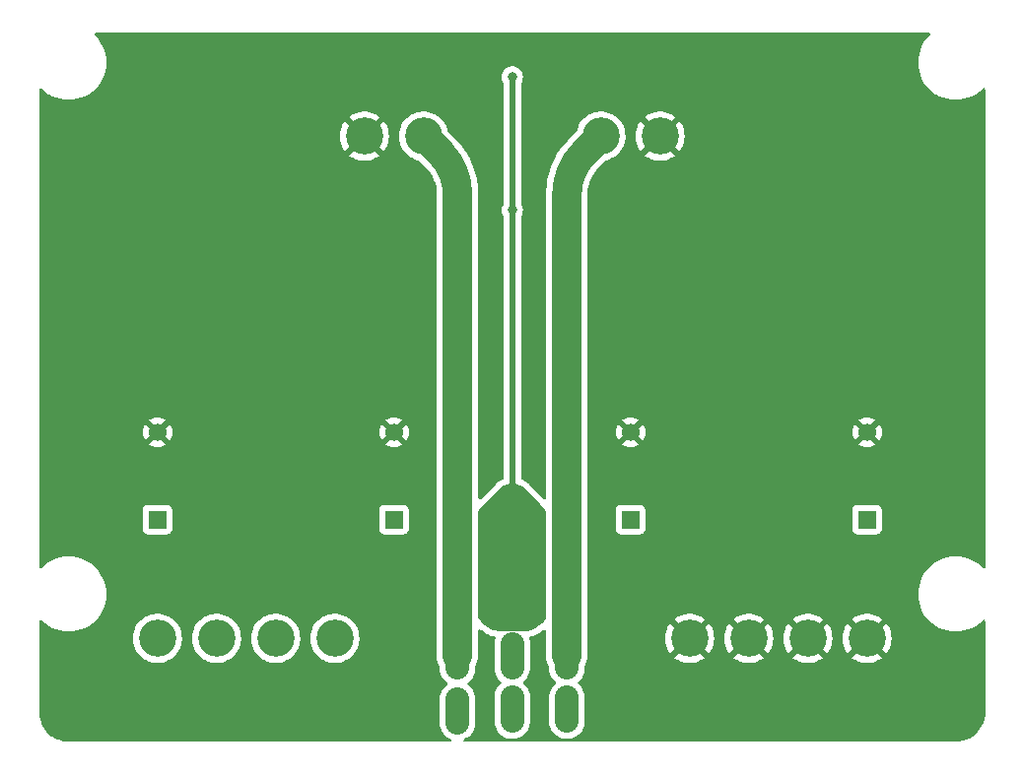
<source format=gbr>
%TF.GenerationSoftware,KiCad,Pcbnew,7.0.6*%
%TF.CreationDate,2023-07-28T23:09:07+08:00*%
%TF.ProjectId,PowerToggleMK1_KiCad,506f7765-7254-46f6-9767-6c654d4b315f,rev?*%
%TF.SameCoordinates,Original*%
%TF.FileFunction,Copper,L2,Bot*%
%TF.FilePolarity,Positive*%
%FSLAX46Y46*%
G04 Gerber Fmt 4.6, Leading zero omitted, Abs format (unit mm)*
G04 Created by KiCad (PCBNEW 7.0.6) date 2023-07-28 23:09:07*
%MOMM*%
%LPD*%
G01*
G04 APERTURE LIST*
%TA.AperFunction,ComponentPad*%
%ADD10R,1.524000X1.524000*%
%TD*%
%TA.AperFunction,ComponentPad*%
%ADD11C,1.524000*%
%TD*%
%TA.AperFunction,ComponentPad*%
%ADD12C,3.200000*%
%TD*%
%TA.AperFunction,ComponentPad*%
%ADD13O,2.032000X4.064000*%
%TD*%
%TA.AperFunction,ViaPad*%
%ADD14C,0.812800*%
%TD*%
%TA.AperFunction,ViaPad*%
%ADD15C,1.219200*%
%TD*%
%TA.AperFunction,Conductor*%
%ADD16C,0.508000*%
%TD*%
%TA.AperFunction,Conductor*%
%ADD17C,2.540000*%
%TD*%
G04 APERTURE END LIST*
D10*
%TO.P,C2,1*%
%TO.N,VOUT*%
X99060000Y-118050000D03*
D11*
%TO.P,C2,2*%
%TO.N,GNDREF*%
X99060000Y-110550000D03*
%TD*%
D12*
%TO.P,J2,1,Pin_1*%
%TO.N,GNDREF*%
X121920000Y-85090000D03*
%TO.P,J2,2,Pin_2*%
%TO.N,VIN2*%
X116840000Y-85090000D03*
%TD*%
D10*
%TO.P,C4,1*%
%TO.N,VOUT*%
X139700000Y-118050000D03*
D11*
%TO.P,C4,2*%
%TO.N,GNDREF*%
X139700000Y-110550000D03*
%TD*%
D12*
%TO.P,J3,1,Pin_1*%
%TO.N,VOUT*%
X78740000Y-128270000D03*
%TO.P,J3,2,Pin_2*%
X83820000Y-128270000D03*
%TO.P,J3,3,Pin_3*%
X88900000Y-128270000D03*
%TO.P,J3,4,Pin_4*%
X93980000Y-128270000D03*
%TD*%
%TO.P,J4,1,Pin_1*%
%TO.N,GNDREF*%
X124460000Y-128270000D03*
%TO.P,J4,2,Pin_2*%
X129540000Y-128270000D03*
%TO.P,J4,3,Pin_3*%
X134620000Y-128270000D03*
%TO.P,J4,4,Pin_4*%
X139700000Y-128270000D03*
%TD*%
%TO.P,J1,1,Pin_1*%
%TO.N,VIN1*%
X101600000Y-85090000D03*
%TO.P,J1,2,Pin_2*%
%TO.N,GNDREF*%
X96520000Y-85090000D03*
%TD*%
D10*
%TO.P,C1,1*%
%TO.N,VOUT*%
X78740000Y-118050000D03*
D11*
%TO.P,C1,2*%
%TO.N,GNDREF*%
X78740000Y-110550000D03*
%TD*%
D10*
%TO.P,C3,1*%
%TO.N,VOUT*%
X119380000Y-118050000D03*
D11*
%TO.P,C3,2*%
%TO.N,GNDREF*%
X119380000Y-110550000D03*
%TD*%
D13*
%TO.P,SW1,1,A*%
%TO.N,Net-(SW1A-A)*%
X104521000Y-134493000D03*
%TO.P,SW1,2,B*%
%TO.N,VOUT*%
X109220000Y-134366000D03*
%TO.P,SW1,3,C*%
%TO.N,Net-(SW1A-C)*%
X113919000Y-134366000D03*
%TO.P,SW1,4,A*%
%TO.N,VIN1*%
X104521000Y-129794000D03*
%TO.P,SW1,5,B*%
%TO.N,VOUT*%
X109220000Y-129794000D03*
%TO.P,SW1,6,C*%
%TO.N,VIN2*%
X113919000Y-129794000D03*
%TD*%
D14*
%TO.N,VOUT*%
X109220000Y-91440000D03*
X109220000Y-80010000D03*
D15*
X109220000Y-115570000D03*
%TD*%
D16*
%TO.N,VOUT*%
X109220000Y-80010000D02*
X109220000Y-91440000D01*
X109220000Y-115570000D02*
X109220000Y-91440000D01*
D17*
%TO.N,VIN1*%
X103060500Y-86550500D02*
X101600000Y-85090000D01*
X104521000Y-90076458D02*
X104521000Y-129794000D01*
X104521017Y-90076458D02*
G75*
G03*
X103060500Y-86550500I-4986517J-42D01*
G01*
%TO.N,VIN2*%
X115379500Y-86550500D02*
X116840000Y-85090000D01*
X113919000Y-90076458D02*
X113919000Y-129794000D01*
X115379533Y-86550533D02*
G75*
G03*
X113919000Y-90076458I3525867J-3525967D01*
G01*
%TD*%
%TA.AperFunction,Conductor*%
%TO.N,GNDREF*%
G36*
X145059725Y-76220002D02*
G01*
X145106218Y-76273658D01*
X145116322Y-76343932D01*
X145086828Y-76408512D01*
X145075563Y-76419951D01*
X145035638Y-76455629D01*
X144794225Y-76725769D01*
X144794224Y-76725771D01*
X144584585Y-77021230D01*
X144409349Y-77338298D01*
X144409341Y-77338313D01*
X144270709Y-77673001D01*
X144170413Y-78021134D01*
X144109730Y-78378294D01*
X144089418Y-78740000D01*
X144109730Y-79101705D01*
X144170413Y-79458865D01*
X144170414Y-79458871D01*
X144170415Y-79458872D01*
X144173412Y-79469276D01*
X144270709Y-79806998D01*
X144409341Y-80141686D01*
X144409346Y-80141697D01*
X144446313Y-80208583D01*
X144584585Y-80458769D01*
X144584588Y-80458773D01*
X144794229Y-80754235D01*
X145035634Y-81024366D01*
X145305765Y-81265771D01*
X145477050Y-81387304D01*
X145601230Y-81475414D01*
X145669915Y-81513374D01*
X145918303Y-81650654D01*
X146253006Y-81789292D01*
X146601128Y-81889585D01*
X146958290Y-81950269D01*
X147320000Y-81970582D01*
X147681710Y-81950269D01*
X148038872Y-81889585D01*
X148386994Y-81789292D01*
X148721697Y-81650654D01*
X149038773Y-81475412D01*
X149334235Y-81265771D01*
X149604366Y-81024366D01*
X149640048Y-80984437D01*
X149700355Y-80946971D01*
X149771343Y-80948057D01*
X149830475Y-80987350D01*
X149858977Y-81052374D01*
X149860000Y-81068396D01*
X149860000Y-122131603D01*
X149839998Y-122199724D01*
X149786342Y-122246217D01*
X149716068Y-122256321D01*
X149651488Y-122226827D01*
X149640050Y-122215563D01*
X149604370Y-122175638D01*
X149604366Y-122175634D01*
X149334235Y-121934229D01*
X149334232Y-121934227D01*
X149334230Y-121934225D01*
X149334228Y-121934224D01*
X149038769Y-121724585D01*
X148880235Y-121636967D01*
X148721697Y-121549346D01*
X148721689Y-121549342D01*
X148721686Y-121549341D01*
X148386998Y-121410709D01*
X148038865Y-121310413D01*
X147681705Y-121249730D01*
X147320000Y-121229418D01*
X146958294Y-121249730D01*
X146601134Y-121310413D01*
X146253001Y-121410709D01*
X145918313Y-121549341D01*
X145918305Y-121549344D01*
X145918303Y-121549346D01*
X145918298Y-121549349D01*
X145601230Y-121724585D01*
X145305771Y-121934224D01*
X145305769Y-121934225D01*
X145035634Y-122175634D01*
X144794225Y-122445769D01*
X144794224Y-122445771D01*
X144584585Y-122741230D01*
X144409349Y-123058298D01*
X144409341Y-123058313D01*
X144270709Y-123393001D01*
X144170413Y-123741134D01*
X144109730Y-124098294D01*
X144089418Y-124460000D01*
X144109730Y-124821705D01*
X144170413Y-125178865D01*
X144270709Y-125526998D01*
X144409341Y-125861686D01*
X144409346Y-125861697D01*
X144446313Y-125928583D01*
X144584585Y-126178769D01*
X144655754Y-126279073D01*
X144794229Y-126474235D01*
X145035634Y-126744366D01*
X145305765Y-126985771D01*
X145568461Y-127172163D01*
X145601230Y-127195414D01*
X145669915Y-127233374D01*
X145918303Y-127370654D01*
X146253006Y-127509292D01*
X146601128Y-127609585D01*
X146958290Y-127670269D01*
X147320000Y-127690582D01*
X147681710Y-127670269D01*
X148038872Y-127609585D01*
X148386994Y-127509292D01*
X148721697Y-127370654D01*
X149038773Y-127195412D01*
X149334235Y-126985771D01*
X149604366Y-126744366D01*
X149640048Y-126704437D01*
X149700355Y-126666971D01*
X149771343Y-126668057D01*
X149830475Y-126707350D01*
X149858977Y-126772374D01*
X149860000Y-126788396D01*
X149860000Y-134618097D01*
X149859885Y-134621902D01*
X149841711Y-134922355D01*
X149840793Y-134929914D01*
X149786880Y-135224108D01*
X149785057Y-135231502D01*
X149696074Y-135517057D01*
X149693374Y-135524177D01*
X149570624Y-135796917D01*
X149567085Y-135803659D01*
X149412351Y-136059622D01*
X149408025Y-136065888D01*
X149223568Y-136301331D01*
X149218519Y-136307030D01*
X149007030Y-136518519D01*
X149001331Y-136523568D01*
X148765888Y-136708025D01*
X148759622Y-136712351D01*
X148503659Y-136867085D01*
X148496917Y-136870624D01*
X148224177Y-136993374D01*
X148217057Y-136996074D01*
X147931502Y-137085057D01*
X147924108Y-137086880D01*
X147629914Y-137140793D01*
X147622355Y-137141711D01*
X147358782Y-137157654D01*
X147321900Y-137159885D01*
X147318097Y-137160000D01*
X114006487Y-137160000D01*
X113966925Y-137148383D01*
X113953567Y-137156227D01*
X113922965Y-137160000D01*
X109307487Y-137160000D01*
X109267925Y-137148383D01*
X109254567Y-137156227D01*
X109223965Y-137160000D01*
X105157209Y-137160000D01*
X105089088Y-137139998D01*
X105042595Y-137086342D01*
X105032491Y-137016068D01*
X105061985Y-136951488D01*
X105103191Y-136920166D01*
X105285730Y-136833551D01*
X105488300Y-136693727D01*
X105665817Y-136523220D01*
X105813684Y-136326444D01*
X105823874Y-136307030D01*
X105928071Y-136108499D01*
X105928072Y-136108496D01*
X105944389Y-136059622D01*
X106006017Y-135875024D01*
X106045500Y-135632070D01*
X106045500Y-133415559D01*
X106030654Y-133231657D01*
X105971749Y-132992669D01*
X105875270Y-132766224D01*
X105743716Y-132558189D01*
X105580494Y-132373950D01*
X105480446Y-132292263D01*
X105416454Y-132240015D01*
X105376337Y-132181439D01*
X105374258Y-132110473D01*
X105410876Y-132049648D01*
X105424560Y-132038723D01*
X105488300Y-131994727D01*
X105665817Y-131824220D01*
X105813684Y-131627444D01*
X105928072Y-131409497D01*
X106006017Y-131176024D01*
X106045500Y-130933070D01*
X106045500Y-130744249D01*
X106062381Y-130681249D01*
X106127866Y-130567826D01*
X106225252Y-130319692D01*
X106284567Y-130059815D01*
X106299500Y-129860547D01*
X106299499Y-127627387D01*
X106319501Y-127559267D01*
X106373157Y-127512774D01*
X106443431Y-127502670D01*
X106508011Y-127532164D01*
X106508481Y-127532572D01*
X106522269Y-127544664D01*
X106557847Y-127575866D01*
X106570820Y-127586513D01*
X106570825Y-127586517D01*
X106590697Y-127601767D01*
X106604371Y-127611566D01*
X106847286Y-127773878D01*
X106861566Y-127782757D01*
X106883248Y-127795274D01*
X106891166Y-127799505D01*
X106898062Y-127803192D01*
X107136338Y-127920697D01*
X107160073Y-127932402D01*
X107175385Y-127939340D01*
X107198532Y-127948927D01*
X107198534Y-127948928D01*
X107214260Y-127954847D01*
X107490880Y-128048746D01*
X107506962Y-128053624D01*
X107531166Y-128060110D01*
X107547530Y-128063926D01*
X107692068Y-128092676D01*
X107754978Y-128125583D01*
X107790110Y-128187278D01*
X107787003Y-128256155D01*
X107734982Y-128411977D01*
X107695501Y-128654917D01*
X107695500Y-128654934D01*
X107695500Y-130871445D01*
X107710345Y-131055338D01*
X107769251Y-131294332D01*
X107865729Y-131520774D01*
X107997284Y-131728811D01*
X108160505Y-131913049D01*
X108242110Y-131979678D01*
X108282226Y-132038255D01*
X108284305Y-132109221D01*
X108249705Y-132168149D01*
X108075180Y-132335782D01*
X108075176Y-132335787D01*
X107927314Y-132532558D01*
X107927312Y-132532560D01*
X107812928Y-132750500D01*
X107812927Y-132750503D01*
X107734982Y-132983977D01*
X107695501Y-133226917D01*
X107695500Y-133226934D01*
X107695500Y-135443445D01*
X107710345Y-135627338D01*
X107769251Y-135866332D01*
X107854274Y-136065888D01*
X107865730Y-136092776D01*
X107997284Y-136300811D01*
X108160506Y-136485050D01*
X108351168Y-136640721D01*
X108564332Y-136763791D01*
X108794478Y-136851074D01*
X109035644Y-136900309D01*
X109229040Y-136908102D01*
X109262288Y-136919338D01*
X109271989Y-136913104D01*
X109292298Y-136908919D01*
X109525931Y-136880551D01*
X109762345Y-136812072D01*
X109762348Y-136812072D01*
X109762349Y-136812071D01*
X109762354Y-136812070D01*
X109984730Y-136706551D01*
X110187300Y-136566727D01*
X110364817Y-136396220D01*
X110512684Y-136199444D01*
X110560418Y-136108496D01*
X110627071Y-135981499D01*
X110627072Y-135981496D01*
X110662618Y-135875024D01*
X110705017Y-135748024D01*
X110744500Y-135505070D01*
X110744500Y-133288559D01*
X110739906Y-133231657D01*
X110729654Y-133104661D01*
X110729654Y-133104657D01*
X110670749Y-132865669D01*
X110574270Y-132639224D01*
X110442716Y-132431189D01*
X110279494Y-132246950D01*
X110197886Y-132180319D01*
X110157773Y-132121746D01*
X110155693Y-132050780D01*
X110190292Y-131991852D01*
X110364817Y-131824220D01*
X110512684Y-131627444D01*
X110627072Y-131409497D01*
X110705017Y-131176024D01*
X110744500Y-130933070D01*
X110744500Y-128716559D01*
X110729654Y-128532657D01*
X110670749Y-128293669D01*
X110670748Y-128293664D01*
X110658636Y-128265237D01*
X110650336Y-128194727D01*
X110681474Y-128130924D01*
X110742164Y-128094083D01*
X110749965Y-128092271D01*
X110781969Y-128085905D01*
X110892469Y-128063926D01*
X110905019Y-128060998D01*
X110908836Y-128060109D01*
X110920936Y-128056866D01*
X110933037Y-128053624D01*
X110949118Y-128048746D01*
X111225739Y-127954847D01*
X111241465Y-127948928D01*
X111264614Y-127939340D01*
X111279925Y-127932402D01*
X111541931Y-127803195D01*
X111556746Y-127795277D01*
X111578440Y-127782753D01*
X111592712Y-127773878D01*
X111592717Y-127773875D01*
X111835625Y-127611570D01*
X111849302Y-127601768D01*
X111849303Y-127601767D01*
X111869179Y-127586513D01*
X111882153Y-127575865D01*
X111931425Y-127532654D01*
X111995827Y-127502779D01*
X112066160Y-127512465D01*
X112120091Y-127558638D01*
X112140498Y-127626638D01*
X112140500Y-127627387D01*
X112140500Y-129860547D01*
X112155433Y-130059815D01*
X112155434Y-130059819D01*
X112214746Y-130319687D01*
X112312130Y-130567819D01*
X112312132Y-130567823D01*
X112377619Y-130681249D01*
X112394500Y-130744249D01*
X112394500Y-130871445D01*
X112409345Y-131055338D01*
X112468251Y-131294332D01*
X112564729Y-131520774D01*
X112696284Y-131728811D01*
X112859505Y-131913049D01*
X112941110Y-131979678D01*
X112981226Y-132038255D01*
X112983305Y-132109221D01*
X112948705Y-132168149D01*
X112774180Y-132335782D01*
X112774176Y-132335787D01*
X112626314Y-132532558D01*
X112626312Y-132532560D01*
X112511928Y-132750500D01*
X112511927Y-132750503D01*
X112433982Y-132983977D01*
X112394501Y-133226917D01*
X112394500Y-133226934D01*
X112394500Y-135443445D01*
X112409345Y-135627338D01*
X112468251Y-135866332D01*
X112553274Y-136065888D01*
X112564730Y-136092776D01*
X112696284Y-136300811D01*
X112859506Y-136485050D01*
X113050168Y-136640721D01*
X113263332Y-136763791D01*
X113493478Y-136851074D01*
X113734644Y-136900309D01*
X113928040Y-136908102D01*
X113961288Y-136919338D01*
X113970989Y-136913104D01*
X113991298Y-136908919D01*
X114224931Y-136880551D01*
X114461345Y-136812072D01*
X114461348Y-136812072D01*
X114461349Y-136812071D01*
X114461354Y-136812070D01*
X114683730Y-136706551D01*
X114886300Y-136566727D01*
X115063817Y-136396220D01*
X115211684Y-136199444D01*
X115259418Y-136108496D01*
X115326071Y-135981499D01*
X115326072Y-135981496D01*
X115361618Y-135875024D01*
X115404017Y-135748024D01*
X115443500Y-135505070D01*
X115443500Y-133288559D01*
X115438906Y-133231657D01*
X115428654Y-133104661D01*
X115428654Y-133104657D01*
X115369749Y-132865669D01*
X115273270Y-132639224D01*
X115141716Y-132431189D01*
X114978494Y-132246950D01*
X114896886Y-132180319D01*
X114856773Y-132121746D01*
X114854693Y-132050780D01*
X114889292Y-131991852D01*
X115063817Y-131824220D01*
X115211684Y-131627444D01*
X115326072Y-131409497D01*
X115404017Y-131176024D01*
X115443500Y-130933070D01*
X115443500Y-130744249D01*
X115460381Y-130681249D01*
X115525866Y-130567826D01*
X115623252Y-130319692D01*
X115682567Y-130059815D01*
X115697500Y-129860547D01*
X115697500Y-128270004D01*
X122347074Y-128270004D01*
X122366752Y-128557696D01*
X122366753Y-128557702D01*
X122425425Y-128840054D01*
X122425427Y-128840062D01*
X122522002Y-129111798D01*
X122654672Y-129367836D01*
X122654676Y-129367842D01*
X122798787Y-129572001D01*
X123741155Y-128629633D01*
X123830577Y-128771948D01*
X123958052Y-128899423D01*
X124100364Y-128988843D01*
X123159630Y-129929577D01*
X123241514Y-129996194D01*
X123487922Y-130146038D01*
X123752422Y-130260926D01*
X124030111Y-130338731D01*
X124030120Y-130338733D01*
X124315795Y-130377999D01*
X124315809Y-130378000D01*
X124604191Y-130378000D01*
X124604204Y-130377999D01*
X124889879Y-130338733D01*
X124889888Y-130338731D01*
X125167577Y-130260926D01*
X125432077Y-130146038D01*
X125678490Y-129996191D01*
X125760367Y-129929578D01*
X125760367Y-129929577D01*
X124819634Y-128988844D01*
X124961948Y-128899423D01*
X125089423Y-128771948D01*
X125178844Y-128629634D01*
X126121212Y-129572001D01*
X126265319Y-129367850D01*
X126265328Y-129367835D01*
X126397997Y-129111798D01*
X126494572Y-128840062D01*
X126494574Y-128840054D01*
X126553246Y-128557702D01*
X126553247Y-128557696D01*
X126572926Y-128270004D01*
X127427074Y-128270004D01*
X127446752Y-128557696D01*
X127446753Y-128557702D01*
X127505425Y-128840054D01*
X127505427Y-128840062D01*
X127602002Y-129111798D01*
X127734672Y-129367836D01*
X127734676Y-129367842D01*
X127878787Y-129572002D01*
X128821155Y-128629633D01*
X128910577Y-128771948D01*
X129038052Y-128899423D01*
X129180364Y-128988843D01*
X128239630Y-129929577D01*
X128321514Y-129996194D01*
X128567922Y-130146038D01*
X128832422Y-130260926D01*
X129110111Y-130338731D01*
X129110120Y-130338733D01*
X129395795Y-130377999D01*
X129395809Y-130378000D01*
X129684191Y-130378000D01*
X129684204Y-130377999D01*
X129969879Y-130338733D01*
X129969888Y-130338731D01*
X130247577Y-130260926D01*
X130512077Y-130146038D01*
X130758490Y-129996191D01*
X130840367Y-129929578D01*
X130840367Y-129929577D01*
X129899634Y-128988844D01*
X130041948Y-128899423D01*
X130169423Y-128771948D01*
X130258843Y-128629634D01*
X131201211Y-129572002D01*
X131201212Y-129572001D01*
X131345319Y-129367850D01*
X131345328Y-129367835D01*
X131477997Y-129111798D01*
X131574572Y-128840062D01*
X131574574Y-128840054D01*
X131633246Y-128557702D01*
X131633247Y-128557696D01*
X131652926Y-128270004D01*
X132507074Y-128270004D01*
X132526752Y-128557696D01*
X132526753Y-128557702D01*
X132585425Y-128840054D01*
X132585427Y-128840062D01*
X132682002Y-129111798D01*
X132814672Y-129367836D01*
X132814676Y-129367842D01*
X132958787Y-129572002D01*
X133901155Y-128629634D01*
X133990577Y-128771948D01*
X134118052Y-128899423D01*
X134260364Y-128988843D01*
X133319630Y-129929577D01*
X133401514Y-129996194D01*
X133647922Y-130146038D01*
X133912422Y-130260926D01*
X134190111Y-130338731D01*
X134190120Y-130338733D01*
X134475795Y-130377999D01*
X134475809Y-130378000D01*
X134764191Y-130378000D01*
X134764204Y-130377999D01*
X135049879Y-130338733D01*
X135049888Y-130338731D01*
X135327577Y-130260926D01*
X135592077Y-130146038D01*
X135838490Y-129996191D01*
X135920367Y-129929578D01*
X135920367Y-129929577D01*
X134979634Y-128988844D01*
X135121948Y-128899423D01*
X135249423Y-128771948D01*
X135338844Y-128629634D01*
X136281211Y-129572002D01*
X136281212Y-129572001D01*
X136425319Y-129367850D01*
X136425328Y-129367835D01*
X136557997Y-129111798D01*
X136654572Y-128840062D01*
X136654574Y-128840054D01*
X136713246Y-128557702D01*
X136713247Y-128557696D01*
X136732926Y-128270004D01*
X137587074Y-128270004D01*
X137606752Y-128557696D01*
X137606753Y-128557702D01*
X137665425Y-128840054D01*
X137665427Y-128840062D01*
X137762002Y-129111798D01*
X137894672Y-129367836D01*
X137894676Y-129367842D01*
X138038787Y-129572002D01*
X138981155Y-128629634D01*
X139070577Y-128771948D01*
X139198052Y-128899423D01*
X139340364Y-128988843D01*
X138399630Y-129929577D01*
X138481514Y-129996194D01*
X138727922Y-130146038D01*
X138992422Y-130260926D01*
X139270111Y-130338731D01*
X139270120Y-130338733D01*
X139555795Y-130377999D01*
X139555809Y-130378000D01*
X139844191Y-130378000D01*
X139844204Y-130377999D01*
X140129879Y-130338733D01*
X140129888Y-130338731D01*
X140407577Y-130260926D01*
X140672077Y-130146038D01*
X140918490Y-129996191D01*
X141000367Y-129929578D01*
X141000367Y-129929577D01*
X140059634Y-128988844D01*
X140201948Y-128899423D01*
X140329423Y-128771948D01*
X140418844Y-128629634D01*
X141361211Y-129572002D01*
X141361212Y-129572001D01*
X141505319Y-129367850D01*
X141505328Y-129367835D01*
X141637997Y-129111798D01*
X141734572Y-128840062D01*
X141734574Y-128840054D01*
X141793246Y-128557702D01*
X141793247Y-128557696D01*
X141812926Y-128270004D01*
X141812926Y-128269995D01*
X141793247Y-127982303D01*
X141793246Y-127982297D01*
X141734574Y-127699945D01*
X141734572Y-127699937D01*
X141637997Y-127428201D01*
X141505327Y-127172163D01*
X141505324Y-127172157D01*
X141361211Y-126967997D01*
X140418843Y-127910364D01*
X140329423Y-127768052D01*
X140201948Y-127640577D01*
X140059634Y-127551155D01*
X141000368Y-126610422D01*
X141000367Y-126610421D01*
X140918485Y-126543805D01*
X140672077Y-126393961D01*
X140407577Y-126279073D01*
X140129888Y-126201268D01*
X140129879Y-126201266D01*
X139844204Y-126162000D01*
X139555795Y-126162000D01*
X139270120Y-126201266D01*
X139270111Y-126201268D01*
X138992422Y-126279073D01*
X138727918Y-126393962D01*
X138481517Y-126543802D01*
X138399631Y-126610421D01*
X138399630Y-126610421D01*
X139340365Y-127551156D01*
X139198052Y-127640577D01*
X139070577Y-127768052D01*
X138981156Y-127910365D01*
X138038787Y-126967996D01*
X137894674Y-127172160D01*
X137894672Y-127172163D01*
X137762002Y-127428201D01*
X137665427Y-127699937D01*
X137665425Y-127699945D01*
X137606753Y-127982297D01*
X137606752Y-127982303D01*
X137587074Y-128269995D01*
X137587074Y-128270004D01*
X136732926Y-128270004D01*
X136732926Y-128269995D01*
X136713247Y-127982303D01*
X136713246Y-127982297D01*
X136654574Y-127699945D01*
X136654572Y-127699937D01*
X136557997Y-127428201D01*
X136425327Y-127172163D01*
X136425324Y-127172157D01*
X136281211Y-126967997D01*
X135338843Y-127910364D01*
X135249423Y-127768052D01*
X135121948Y-127640577D01*
X134979634Y-127551155D01*
X135920368Y-126610422D01*
X135920367Y-126610421D01*
X135838485Y-126543805D01*
X135592077Y-126393961D01*
X135327577Y-126279073D01*
X135049888Y-126201268D01*
X135049879Y-126201266D01*
X134764204Y-126162000D01*
X134475795Y-126162000D01*
X134190120Y-126201266D01*
X134190111Y-126201268D01*
X133912422Y-126279073D01*
X133647918Y-126393962D01*
X133401517Y-126543802D01*
X133319631Y-126610421D01*
X133319630Y-126610421D01*
X134260365Y-127551156D01*
X134118052Y-127640577D01*
X133990577Y-127768052D01*
X133901156Y-127910365D01*
X132958787Y-126967996D01*
X132814674Y-127172160D01*
X132814672Y-127172163D01*
X132682002Y-127428201D01*
X132585427Y-127699937D01*
X132585425Y-127699945D01*
X132526753Y-127982297D01*
X132526752Y-127982303D01*
X132507074Y-128269995D01*
X132507074Y-128270004D01*
X131652926Y-128270004D01*
X131652926Y-128269995D01*
X131633247Y-127982303D01*
X131633246Y-127982297D01*
X131574574Y-127699945D01*
X131574572Y-127699937D01*
X131477997Y-127428201D01*
X131345327Y-127172163D01*
X131345324Y-127172157D01*
X131201211Y-126967997D01*
X130258843Y-127910364D01*
X130169423Y-127768052D01*
X130041948Y-127640577D01*
X129899634Y-127551155D01*
X130840368Y-126610422D01*
X130840367Y-126610421D01*
X130758485Y-126543805D01*
X130512077Y-126393961D01*
X130247577Y-126279073D01*
X129969888Y-126201268D01*
X129969879Y-126201266D01*
X129684204Y-126162000D01*
X129395795Y-126162000D01*
X129110120Y-126201266D01*
X129110111Y-126201268D01*
X128832422Y-126279073D01*
X128567918Y-126393962D01*
X128321517Y-126543802D01*
X128239631Y-126610421D01*
X128239630Y-126610421D01*
X129180365Y-127551156D01*
X129038052Y-127640577D01*
X128910577Y-127768052D01*
X128821155Y-127910365D01*
X127878787Y-126967996D01*
X127734674Y-127172160D01*
X127734672Y-127172163D01*
X127602002Y-127428201D01*
X127505427Y-127699937D01*
X127505425Y-127699945D01*
X127446753Y-127982297D01*
X127446752Y-127982303D01*
X127427074Y-128269995D01*
X127427074Y-128270004D01*
X126572926Y-128270004D01*
X126572926Y-128269995D01*
X126553247Y-127982303D01*
X126553246Y-127982297D01*
X126494574Y-127699945D01*
X126494572Y-127699937D01*
X126397997Y-127428201D01*
X126265327Y-127172163D01*
X126265324Y-127172157D01*
X126121211Y-126967997D01*
X125178843Y-127910364D01*
X125089423Y-127768052D01*
X124961948Y-127640577D01*
X124819634Y-127551155D01*
X125760368Y-126610421D01*
X125678485Y-126543805D01*
X125432077Y-126393961D01*
X125167577Y-126279073D01*
X124889888Y-126201268D01*
X124889879Y-126201266D01*
X124604204Y-126162000D01*
X124315795Y-126162000D01*
X124030120Y-126201266D01*
X124030111Y-126201268D01*
X123752422Y-126279073D01*
X123487918Y-126393962D01*
X123241517Y-126543802D01*
X123159631Y-126610421D01*
X123159630Y-126610422D01*
X124100364Y-127551156D01*
X123958052Y-127640577D01*
X123830577Y-127768052D01*
X123741156Y-127910365D01*
X122798787Y-126967996D01*
X122654674Y-127172160D01*
X122654672Y-127172163D01*
X122522002Y-127428201D01*
X122425427Y-127699937D01*
X122425425Y-127699945D01*
X122366753Y-127982297D01*
X122366752Y-127982303D01*
X122347074Y-128269995D01*
X122347074Y-128270004D01*
X115697500Y-128270004D01*
X115697500Y-118860649D01*
X118109500Y-118860649D01*
X118116009Y-118921196D01*
X118116011Y-118921204D01*
X118167110Y-119058202D01*
X118167112Y-119058207D01*
X118254738Y-119175261D01*
X118371792Y-119262887D01*
X118371794Y-119262888D01*
X118371796Y-119262889D01*
X118430875Y-119284924D01*
X118508795Y-119313988D01*
X118508803Y-119313990D01*
X118569350Y-119320499D01*
X118569355Y-119320499D01*
X118569362Y-119320500D01*
X118569368Y-119320500D01*
X120190632Y-119320500D01*
X120190638Y-119320500D01*
X120190645Y-119320499D01*
X120190649Y-119320499D01*
X120251196Y-119313990D01*
X120251199Y-119313989D01*
X120251201Y-119313989D01*
X120388204Y-119262889D01*
X120505261Y-119175261D01*
X120592889Y-119058204D01*
X120643989Y-118921201D01*
X120650499Y-118860649D01*
X138429500Y-118860649D01*
X138436009Y-118921196D01*
X138436011Y-118921204D01*
X138487110Y-119058202D01*
X138487112Y-119058207D01*
X138574738Y-119175261D01*
X138691792Y-119262887D01*
X138691794Y-119262888D01*
X138691796Y-119262889D01*
X138750875Y-119284924D01*
X138828795Y-119313988D01*
X138828803Y-119313990D01*
X138889350Y-119320499D01*
X138889355Y-119320499D01*
X138889362Y-119320500D01*
X138889368Y-119320500D01*
X140510632Y-119320500D01*
X140510638Y-119320500D01*
X140510645Y-119320499D01*
X140510649Y-119320499D01*
X140571196Y-119313990D01*
X140571199Y-119313989D01*
X140571201Y-119313989D01*
X140708204Y-119262889D01*
X140825261Y-119175261D01*
X140912889Y-119058204D01*
X140963989Y-118921201D01*
X140970500Y-118860638D01*
X140970500Y-117239362D01*
X140970499Y-117239350D01*
X140963990Y-117178803D01*
X140963988Y-117178795D01*
X140912889Y-117041797D01*
X140912887Y-117041792D01*
X140825261Y-116924738D01*
X140708207Y-116837112D01*
X140708202Y-116837110D01*
X140571204Y-116786011D01*
X140571196Y-116786009D01*
X140510649Y-116779500D01*
X140510638Y-116779500D01*
X138889362Y-116779500D01*
X138889350Y-116779500D01*
X138828803Y-116786009D01*
X138828795Y-116786011D01*
X138691797Y-116837110D01*
X138691792Y-116837112D01*
X138574738Y-116924738D01*
X138487112Y-117041792D01*
X138487110Y-117041797D01*
X138436011Y-117178795D01*
X138436009Y-117178803D01*
X138429500Y-117239350D01*
X138429500Y-118860649D01*
X120650499Y-118860649D01*
X120650500Y-118860638D01*
X120650500Y-117239362D01*
X120650499Y-117239350D01*
X120643990Y-117178803D01*
X120643988Y-117178795D01*
X120592889Y-117041797D01*
X120592887Y-117041792D01*
X120505261Y-116924738D01*
X120388207Y-116837112D01*
X120388202Y-116837110D01*
X120251204Y-116786011D01*
X120251196Y-116786009D01*
X120190649Y-116779500D01*
X120190638Y-116779500D01*
X118569362Y-116779500D01*
X118569350Y-116779500D01*
X118508803Y-116786009D01*
X118508795Y-116786011D01*
X118371797Y-116837110D01*
X118371792Y-116837112D01*
X118254738Y-116924738D01*
X118167112Y-117041792D01*
X118167110Y-117041797D01*
X118116011Y-117178795D01*
X118116009Y-117178803D01*
X118109500Y-117239350D01*
X118109500Y-118860649D01*
X115697500Y-118860649D01*
X115697500Y-110549999D01*
X118105149Y-110549999D01*
X118124517Y-110771374D01*
X118182031Y-110986023D01*
X118182033Y-110986027D01*
X118275946Y-111187425D01*
X118320184Y-111250603D01*
X118320185Y-111250603D01*
X118889193Y-110681595D01*
X118913155Y-110763201D01*
X118992131Y-110886090D01*
X119102530Y-110981752D01*
X119235408Y-111042435D01*
X119245345Y-111043863D01*
X118679395Y-111609813D01*
X118679395Y-111609814D01*
X118742575Y-111654053D01*
X118742574Y-111654053D01*
X118943972Y-111747966D01*
X118943976Y-111747968D01*
X119158625Y-111805482D01*
X119380000Y-111824850D01*
X119601374Y-111805482D01*
X119816023Y-111747968D01*
X119816027Y-111747966D01*
X120017425Y-111654053D01*
X120017426Y-111654052D01*
X120080603Y-111609814D01*
X120080603Y-111609812D01*
X119514654Y-111043863D01*
X119524592Y-111042435D01*
X119657470Y-110981752D01*
X119767869Y-110886090D01*
X119846845Y-110763201D01*
X119870805Y-110681596D01*
X120439812Y-111250603D01*
X120439814Y-111250603D01*
X120484052Y-111187426D01*
X120484053Y-111187425D01*
X120577966Y-110986027D01*
X120577968Y-110986023D01*
X120635482Y-110771374D01*
X120654850Y-110549999D01*
X138425149Y-110549999D01*
X138444517Y-110771374D01*
X138502031Y-110986023D01*
X138502033Y-110986027D01*
X138595946Y-111187425D01*
X138640185Y-111250603D01*
X139209193Y-110681594D01*
X139233155Y-110763201D01*
X139312131Y-110886090D01*
X139422530Y-110981752D01*
X139555408Y-111042435D01*
X139565345Y-111043863D01*
X138999395Y-111609813D01*
X138999395Y-111609814D01*
X139062575Y-111654053D01*
X139062574Y-111654053D01*
X139263972Y-111747966D01*
X139263976Y-111747968D01*
X139478625Y-111805482D01*
X139700000Y-111824850D01*
X139921374Y-111805482D01*
X140136023Y-111747968D01*
X140136027Y-111747966D01*
X140337425Y-111654053D01*
X140337426Y-111654052D01*
X140400603Y-111609814D01*
X140400603Y-111609812D01*
X139834654Y-111043863D01*
X139844592Y-111042435D01*
X139977470Y-110981752D01*
X140087869Y-110886090D01*
X140166845Y-110763201D01*
X140190805Y-110681596D01*
X140759812Y-111250603D01*
X140759814Y-111250603D01*
X140804052Y-111187426D01*
X140804053Y-111187425D01*
X140897966Y-110986027D01*
X140897968Y-110986023D01*
X140955482Y-110771374D01*
X140974850Y-110550000D01*
X140955482Y-110328625D01*
X140897968Y-110113976D01*
X140897966Y-110113972D01*
X140804051Y-109912571D01*
X140759814Y-109849395D01*
X140190805Y-110418402D01*
X140166845Y-110336799D01*
X140087869Y-110213910D01*
X139977470Y-110118248D01*
X139844592Y-110057565D01*
X139834652Y-110056135D01*
X140400603Y-109490185D01*
X140337424Y-109445946D01*
X140337425Y-109445946D01*
X140136027Y-109352033D01*
X140136023Y-109352031D01*
X139921374Y-109294517D01*
X139700000Y-109275149D01*
X139478625Y-109294517D01*
X139263976Y-109352031D01*
X139263972Y-109352033D01*
X139062575Y-109445946D01*
X138999394Y-109490185D01*
X139565345Y-110056136D01*
X139555408Y-110057565D01*
X139422530Y-110118248D01*
X139312131Y-110213910D01*
X139233155Y-110336799D01*
X139209194Y-110418403D01*
X138640185Y-109849394D01*
X138595946Y-109912575D01*
X138502033Y-110113972D01*
X138502031Y-110113976D01*
X138444517Y-110328625D01*
X138425149Y-110549999D01*
X120654850Y-110549999D01*
X120635482Y-110328625D01*
X120577968Y-110113976D01*
X120577966Y-110113972D01*
X120484051Y-109912571D01*
X120439815Y-109849395D01*
X120439813Y-109849395D01*
X119870805Y-110418402D01*
X119846845Y-110336799D01*
X119767869Y-110213910D01*
X119657470Y-110118248D01*
X119524592Y-110057565D01*
X119514653Y-110056136D01*
X120080603Y-109490185D01*
X120080603Y-109490184D01*
X120017425Y-109445946D01*
X119816027Y-109352033D01*
X119816023Y-109352031D01*
X119601374Y-109294517D01*
X119380000Y-109275149D01*
X119158625Y-109294517D01*
X118943976Y-109352031D01*
X118943972Y-109352033D01*
X118742575Y-109445946D01*
X118679394Y-109490185D01*
X119245345Y-110056136D01*
X119235408Y-110057565D01*
X119102530Y-110118248D01*
X118992131Y-110213910D01*
X118913155Y-110336799D01*
X118889194Y-110418403D01*
X118320185Y-109849394D01*
X118275946Y-109912575D01*
X118182033Y-110113972D01*
X118182031Y-110113976D01*
X118124517Y-110328625D01*
X118105149Y-110549999D01*
X115697500Y-110549999D01*
X115697500Y-90078015D01*
X115697576Y-90074923D01*
X115700771Y-90009911D01*
X115712798Y-89765134D01*
X115713404Y-89758979D01*
X115713405Y-89758973D01*
X115758692Y-89453689D01*
X115759896Y-89447640D01*
X115834890Y-89148261D01*
X115836682Y-89142351D01*
X115940661Y-88851761D01*
X115943017Y-88846071D01*
X116074987Y-88567052D01*
X116077890Y-88561624D01*
X116236570Y-88296888D01*
X116239979Y-88291785D01*
X116423856Y-88043863D01*
X116427754Y-88039115D01*
X116636735Y-87808546D01*
X116638789Y-87806389D01*
X116727017Y-87718164D01*
X116727018Y-87718160D01*
X116732062Y-87713118D01*
X116732080Y-87713098D01*
X117268841Y-87176336D01*
X117323937Y-87144106D01*
X117547744Y-87081400D01*
X117812314Y-86966481D01*
X118058772Y-86816606D01*
X118282526Y-86634568D01*
X118479409Y-86423758D01*
X118645753Y-86188103D01*
X118778459Y-85931992D01*
X118875055Y-85660196D01*
X118933742Y-85377778D01*
X118936328Y-85339971D01*
X118953427Y-85090004D01*
X119807074Y-85090004D01*
X119826752Y-85377696D01*
X119826753Y-85377702D01*
X119885425Y-85660054D01*
X119885427Y-85660062D01*
X119982002Y-85931798D01*
X120114672Y-86187836D01*
X120114676Y-86187842D01*
X120258787Y-86392002D01*
X121201155Y-85449634D01*
X121290577Y-85591948D01*
X121418052Y-85719423D01*
X121560364Y-85808843D01*
X120619630Y-86749577D01*
X120701514Y-86816194D01*
X120947922Y-86966038D01*
X121212422Y-87080926D01*
X121490111Y-87158731D01*
X121490120Y-87158733D01*
X121775795Y-87197999D01*
X121775809Y-87198000D01*
X122064191Y-87198000D01*
X122064204Y-87197999D01*
X122349879Y-87158733D01*
X122349888Y-87158731D01*
X122627577Y-87080926D01*
X122892077Y-86966038D01*
X123138490Y-86816191D01*
X123220367Y-86749578D01*
X123220367Y-86749577D01*
X122279634Y-85808844D01*
X122421948Y-85719423D01*
X122549423Y-85591948D01*
X122638843Y-85449634D01*
X123581211Y-86392002D01*
X123581212Y-86392001D01*
X123725319Y-86187850D01*
X123725328Y-86187835D01*
X123857997Y-85931798D01*
X123954572Y-85660062D01*
X123954574Y-85660054D01*
X124013246Y-85377702D01*
X124013247Y-85377696D01*
X124032926Y-85090004D01*
X124032926Y-85089995D01*
X124013247Y-84802303D01*
X124013246Y-84802297D01*
X123954574Y-84519945D01*
X123954572Y-84519937D01*
X123857997Y-84248201D01*
X123725327Y-83992163D01*
X123725324Y-83992157D01*
X123581211Y-83787997D01*
X122638843Y-84730364D01*
X122549423Y-84588052D01*
X122421948Y-84460577D01*
X122279634Y-84371155D01*
X123220368Y-83430422D01*
X123220367Y-83430421D01*
X123138485Y-83363805D01*
X122892077Y-83213961D01*
X122627577Y-83099073D01*
X122349888Y-83021268D01*
X122349879Y-83021266D01*
X122064204Y-82982000D01*
X121775795Y-82982000D01*
X121490120Y-83021266D01*
X121490111Y-83021268D01*
X121212422Y-83099073D01*
X120947918Y-83213962D01*
X120701517Y-83363802D01*
X120619631Y-83430421D01*
X120619630Y-83430421D01*
X121560365Y-84371156D01*
X121418052Y-84460577D01*
X121290577Y-84588052D01*
X121201156Y-84730365D01*
X120258787Y-83787996D01*
X120114674Y-83992160D01*
X120114672Y-83992163D01*
X119982002Y-84248201D01*
X119885427Y-84519937D01*
X119885425Y-84519945D01*
X119826753Y-84802297D01*
X119826752Y-84802303D01*
X119807074Y-85089995D01*
X119807074Y-85090004D01*
X118953427Y-85090004D01*
X118953427Y-85090003D01*
X118953427Y-85089996D01*
X118933743Y-84802234D01*
X118933742Y-84802229D01*
X118933742Y-84802222D01*
X118875055Y-84519804D01*
X118778459Y-84248008D01*
X118645753Y-83991897D01*
X118479409Y-83756242D01*
X118282526Y-83545432D01*
X118282516Y-83545424D01*
X118282512Y-83545420D01*
X118058779Y-83363399D01*
X118058775Y-83363396D01*
X118058772Y-83363394D01*
X117812314Y-83213519D01*
X117812310Y-83213517D01*
X117812308Y-83213516D01*
X117703713Y-83166347D01*
X117547744Y-83098600D01*
X117320354Y-83034888D01*
X117269986Y-83020776D01*
X117269988Y-83020776D01*
X116984238Y-82981500D01*
X116984225Y-82981500D01*
X116695775Y-82981500D01*
X116695761Y-82981500D01*
X116410012Y-83020776D01*
X116237572Y-83069091D01*
X116132256Y-83098600D01*
X116132253Y-83098601D01*
X116132254Y-83098601D01*
X115867691Y-83213516D01*
X115621220Y-83363399D01*
X115397487Y-83545420D01*
X115397471Y-83545435D01*
X115200591Y-83756242D01*
X115034247Y-83991896D01*
X115034247Y-83991897D01*
X114901541Y-84248007D01*
X114804945Y-84519802D01*
X114804940Y-84519822D01*
X114788974Y-84596654D01*
X114755531Y-84659281D01*
X114754706Y-84660113D01*
X114074827Y-85339994D01*
X114073994Y-85340890D01*
X113951114Y-85463767D01*
X113634666Y-85828958D01*
X113345080Y-86215790D01*
X113345079Y-86215791D01*
X113083823Y-86622302D01*
X112852235Y-87046412D01*
X112852231Y-87046420D01*
X112852231Y-87046419D01*
X112651497Y-87485952D01*
X112651492Y-87485964D01*
X112530913Y-87809238D01*
X112482617Y-87938721D01*
X112482616Y-87938722D01*
X112482616Y-87938721D01*
X112451735Y-88043889D01*
X112346474Y-88402362D01*
X112243753Y-88874540D01*
X112174979Y-89352842D01*
X112140502Y-89834832D01*
X112140502Y-89834837D01*
X112140500Y-90009903D01*
X112140500Y-90076443D01*
X112140499Y-90206217D01*
X112140500Y-90206241D01*
X112140500Y-116190109D01*
X112120498Y-116258230D01*
X112066842Y-116304723D01*
X111996568Y-116314827D01*
X111931988Y-116285333D01*
X111925405Y-116279204D01*
X110661701Y-115015502D01*
X110643276Y-114998473D01*
X110454458Y-114837208D01*
X110454455Y-114837206D01*
X110438623Y-114824724D01*
X110422468Y-114812986D01*
X110406315Y-114801249D01*
X110389554Y-114790051D01*
X110389541Y-114790042D01*
X110184135Y-114664169D01*
X110166536Y-114654313D01*
X110130949Y-114636182D01*
X110122506Y-114632289D01*
X110112636Y-114627739D01*
X110060280Y-114606052D01*
X110005000Y-114561503D01*
X109982580Y-114494139D01*
X109982500Y-114489644D01*
X109982500Y-91982872D01*
X109999380Y-91919873D01*
X110060407Y-91814173D01*
X110119837Y-91631266D01*
X110139940Y-91440000D01*
X110119837Y-91248734D01*
X110060407Y-91065827D01*
X109999381Y-90960126D01*
X109982500Y-90897126D01*
X109982500Y-80552872D01*
X109999381Y-80489872D01*
X110060407Y-80384173D01*
X110119837Y-80201266D01*
X110139940Y-80010000D01*
X110119837Y-79818734D01*
X110116024Y-79806998D01*
X110060409Y-79635832D01*
X110060405Y-79635824D01*
X109964249Y-79469276D01*
X109964248Y-79469275D01*
X109964247Y-79469273D01*
X109907907Y-79406701D01*
X109835560Y-79326350D01*
X109679972Y-79213310D01*
X109679971Y-79213309D01*
X109504277Y-79135085D01*
X109316161Y-79095100D01*
X109316160Y-79095100D01*
X109123840Y-79095100D01*
X109123839Y-79095100D01*
X108935722Y-79135085D01*
X108760028Y-79213309D01*
X108760027Y-79213310D01*
X108604439Y-79326350D01*
X108475750Y-79469276D01*
X108379594Y-79635824D01*
X108379590Y-79635832D01*
X108320162Y-79818733D01*
X108300060Y-80009999D01*
X108320162Y-80201266D01*
X108379592Y-80384172D01*
X108379593Y-80384174D01*
X108440618Y-80489872D01*
X108457499Y-80552872D01*
X108457499Y-90897126D01*
X108440619Y-90960125D01*
X108379592Y-91065827D01*
X108379590Y-91065832D01*
X108320162Y-91248733D01*
X108300060Y-91440000D01*
X108320162Y-91631266D01*
X108379591Y-91814171D01*
X108410342Y-91867431D01*
X108440619Y-91919873D01*
X108457500Y-91982872D01*
X108457500Y-114489644D01*
X108437498Y-114557765D01*
X108383842Y-114604258D01*
X108379719Y-114606052D01*
X108327364Y-114627739D01*
X108327362Y-114627740D01*
X108309065Y-114636175D01*
X108273489Y-114654298D01*
X108255873Y-114664162D01*
X108255874Y-114664162D01*
X108050444Y-114790050D01*
X108050443Y-114790051D01*
X108033662Y-114801265D01*
X108020071Y-114811139D01*
X108001368Y-114824730D01*
X107985544Y-114837206D01*
X107796708Y-114998486D01*
X107778308Y-115015492D01*
X106514595Y-116279204D01*
X106452283Y-116313230D01*
X106381468Y-116308165D01*
X106324632Y-116265618D01*
X106299821Y-116199098D01*
X106299500Y-116190109D01*
X106299500Y-90203650D01*
X106299501Y-90203644D01*
X106299500Y-90128649D01*
X106299516Y-90128593D01*
X106299516Y-90076443D01*
X106299517Y-90076443D01*
X106299515Y-89834832D01*
X106265039Y-89352843D01*
X106265038Y-89352842D01*
X106265038Y-89352830D01*
X106196266Y-88874543D01*
X106196266Y-88874541D01*
X106196266Y-88874540D01*
X106093547Y-88402363D01*
X106062581Y-88296906D01*
X105957403Y-87938709D01*
X105957403Y-87938710D01*
X105957402Y-87938709D01*
X105873249Y-87713088D01*
X105788535Y-87485963D01*
X105788533Y-87485959D01*
X105788531Y-87485953D01*
X105788530Y-87485952D01*
X105587797Y-87046413D01*
X105587796Y-87046411D01*
X105356211Y-86622298D01*
X105094961Y-86215787D01*
X104805377Y-85828949D01*
X104488934Y-85463755D01*
X104366309Y-85341131D01*
X104366293Y-85341114D01*
X104115174Y-85089995D01*
X103685292Y-84660113D01*
X103651269Y-84597803D01*
X103651024Y-84596655D01*
X103651024Y-84596654D01*
X103635055Y-84519804D01*
X103538459Y-84248008D01*
X103405753Y-83991897D01*
X103239409Y-83756242D01*
X103042526Y-83545432D01*
X103042516Y-83545424D01*
X103042512Y-83545420D01*
X102818779Y-83363399D01*
X102818775Y-83363396D01*
X102818772Y-83363394D01*
X102572314Y-83213519D01*
X102572310Y-83213517D01*
X102572308Y-83213516D01*
X102463713Y-83166347D01*
X102307744Y-83098600D01*
X102080354Y-83034888D01*
X102029986Y-83020776D01*
X102029988Y-83020776D01*
X101744238Y-82981500D01*
X101744225Y-82981500D01*
X101455775Y-82981500D01*
X101455761Y-82981500D01*
X101170012Y-83020776D01*
X100997572Y-83069091D01*
X100892256Y-83098600D01*
X100892253Y-83098601D01*
X100892254Y-83098601D01*
X100627691Y-83213516D01*
X100381220Y-83363399D01*
X100157487Y-83545420D01*
X100157471Y-83545435D01*
X99960591Y-83756242D01*
X99794247Y-83991896D01*
X99794247Y-83991897D01*
X99661541Y-84248007D01*
X99564945Y-84519802D01*
X99564943Y-84519810D01*
X99506257Y-84802229D01*
X99506256Y-84802234D01*
X99486573Y-85089996D01*
X99486573Y-85090003D01*
X99506256Y-85377765D01*
X99506257Y-85377770D01*
X99506258Y-85377778D01*
X99519043Y-85439303D01*
X99564943Y-85660189D01*
X99564945Y-85660197D01*
X99624920Y-85828950D01*
X99661541Y-85931992D01*
X99794247Y-86188103D01*
X99960591Y-86423758D01*
X100157474Y-86634568D01*
X100157483Y-86634575D01*
X100157487Y-86634579D01*
X100381220Y-86816600D01*
X100381222Y-86816601D01*
X100381228Y-86816606D01*
X100627686Y-86966481D01*
X100892256Y-87081400D01*
X101116059Y-87144106D01*
X101171158Y-87176338D01*
X101801839Y-87807018D01*
X101803952Y-87809238D01*
X102012258Y-88039068D01*
X102016168Y-88043833D01*
X102016210Y-88043889D01*
X102200018Y-88291725D01*
X102203454Y-88296869D01*
X102362121Y-88561584D01*
X102365037Y-88567040D01*
X102496994Y-88846038D01*
X102499361Y-88851753D01*
X102603331Y-89142326D01*
X102605127Y-89148246D01*
X102680119Y-89447625D01*
X102681326Y-89453693D01*
X102726612Y-89758973D01*
X102727218Y-89765129D01*
X102742424Y-90074578D01*
X102742500Y-90077669D01*
X102742500Y-129860547D01*
X102757433Y-130059815D01*
X102757434Y-130059819D01*
X102816746Y-130319687D01*
X102914130Y-130567819D01*
X102914132Y-130567823D01*
X102979619Y-130681249D01*
X102996500Y-130744249D01*
X102996500Y-130871445D01*
X103011345Y-131055338D01*
X103070251Y-131294332D01*
X103166729Y-131520774D01*
X103298284Y-131728811D01*
X103461506Y-131913050D01*
X103461510Y-131913053D01*
X103625545Y-132046984D01*
X103665662Y-132105560D01*
X103667741Y-132176526D01*
X103631123Y-132237351D01*
X103617434Y-132248279D01*
X103553711Y-132292263D01*
X103553698Y-132292274D01*
X103376180Y-132462783D01*
X103376176Y-132462787D01*
X103228314Y-132659558D01*
X103228312Y-132659560D01*
X103113928Y-132877500D01*
X103113927Y-132877503D01*
X103035982Y-133110977D01*
X102996501Y-133353917D01*
X102996500Y-133353934D01*
X102996500Y-135570445D01*
X103011345Y-135754338D01*
X103070251Y-135993332D01*
X103119319Y-136108499D01*
X103166730Y-136219776D01*
X103298284Y-136427811D01*
X103461506Y-136612050D01*
X103577250Y-136706552D01*
X103647348Y-136763786D01*
X103652168Y-136767721D01*
X103865332Y-136890791D01*
X103932299Y-136916188D01*
X103988900Y-136959047D01*
X104013344Y-137025702D01*
X103997872Y-137094992D01*
X103947394Y-137144918D01*
X103887618Y-137160000D01*
X71121903Y-137160000D01*
X71118099Y-137159885D01*
X71074300Y-137157235D01*
X70817644Y-137141711D01*
X70810085Y-137140793D01*
X70621039Y-137106149D01*
X70515887Y-137086879D01*
X70508497Y-137085057D01*
X70222942Y-136996074D01*
X70215822Y-136993374D01*
X69943078Y-136870622D01*
X69936340Y-136867085D01*
X69832622Y-136804386D01*
X69680369Y-136712345D01*
X69674111Y-136708025D01*
X69655869Y-136693733D01*
X69438661Y-136523562D01*
X69432977Y-136518526D01*
X69221472Y-136307021D01*
X69216438Y-136301339D01*
X69031970Y-136065882D01*
X69027656Y-136059634D01*
X68872914Y-135803659D01*
X68869380Y-135796927D01*
X68746621Y-135524167D01*
X68743925Y-135517057D01*
X68740188Y-135505065D01*
X68654940Y-135231497D01*
X68653123Y-135224124D01*
X68599205Y-134929907D01*
X68598289Y-134922365D01*
X68580114Y-134621900D01*
X68580000Y-134618097D01*
X68580000Y-128270003D01*
X76626573Y-128270003D01*
X76646256Y-128557765D01*
X76646257Y-128557770D01*
X76646258Y-128557778D01*
X76666447Y-128654934D01*
X76704943Y-128840189D01*
X76704945Y-128840197D01*
X76781242Y-129054877D01*
X76801541Y-129111992D01*
X76934247Y-129368103D01*
X77100591Y-129603758D01*
X77297474Y-129814568D01*
X77297483Y-129814575D01*
X77297487Y-129814579D01*
X77521220Y-129996600D01*
X77521222Y-129996601D01*
X77521228Y-129996606D01*
X77767686Y-130146481D01*
X78032256Y-130261400D01*
X78310011Y-130339223D01*
X78595761Y-130378499D01*
X78595775Y-130378500D01*
X78884225Y-130378500D01*
X78884238Y-130378499D01*
X79096000Y-130349392D01*
X79169989Y-130339223D01*
X79447744Y-130261400D01*
X79712314Y-130146481D01*
X79958772Y-129996606D01*
X80182526Y-129814568D01*
X80379409Y-129603758D01*
X80545753Y-129368103D01*
X80678459Y-129111992D01*
X80775055Y-128840196D01*
X80833742Y-128557778D01*
X80843715Y-128411977D01*
X80853427Y-128270003D01*
X81706573Y-128270003D01*
X81726256Y-128557765D01*
X81726257Y-128557770D01*
X81726258Y-128557778D01*
X81746447Y-128654934D01*
X81784943Y-128840189D01*
X81784945Y-128840197D01*
X81861242Y-129054877D01*
X81881541Y-129111992D01*
X82014247Y-129368103D01*
X82180591Y-129603758D01*
X82377474Y-129814568D01*
X82377483Y-129814575D01*
X82377487Y-129814579D01*
X82601220Y-129996600D01*
X82601222Y-129996601D01*
X82601228Y-129996606D01*
X82847686Y-130146481D01*
X83112256Y-130261400D01*
X83390011Y-130339223D01*
X83675761Y-130378499D01*
X83675775Y-130378500D01*
X83964225Y-130378500D01*
X83964238Y-130378499D01*
X84176000Y-130349392D01*
X84249989Y-130339223D01*
X84527744Y-130261400D01*
X84792314Y-130146481D01*
X85038772Y-129996606D01*
X85262526Y-129814568D01*
X85459409Y-129603758D01*
X85625753Y-129368103D01*
X85758459Y-129111992D01*
X85855055Y-128840196D01*
X85913742Y-128557778D01*
X85923715Y-128411977D01*
X85933427Y-128270003D01*
X86786573Y-128270003D01*
X86806256Y-128557765D01*
X86806257Y-128557770D01*
X86806258Y-128557778D01*
X86826447Y-128654934D01*
X86864943Y-128840189D01*
X86864945Y-128840197D01*
X86941242Y-129054877D01*
X86961541Y-129111992D01*
X87094247Y-129368103D01*
X87260591Y-129603758D01*
X87457474Y-129814568D01*
X87457483Y-129814575D01*
X87457487Y-129814579D01*
X87681220Y-129996600D01*
X87681222Y-129996601D01*
X87681228Y-129996606D01*
X87927686Y-130146481D01*
X88192256Y-130261400D01*
X88470011Y-130339223D01*
X88755761Y-130378499D01*
X88755775Y-130378500D01*
X89044225Y-130378500D01*
X89044238Y-130378499D01*
X89256000Y-130349392D01*
X89329989Y-130339223D01*
X89607744Y-130261400D01*
X89872314Y-130146481D01*
X90118772Y-129996606D01*
X90342526Y-129814568D01*
X90539409Y-129603758D01*
X90705753Y-129368103D01*
X90838459Y-129111992D01*
X90935055Y-128840196D01*
X90993742Y-128557778D01*
X91003715Y-128411977D01*
X91013427Y-128270003D01*
X91866573Y-128270003D01*
X91886256Y-128557765D01*
X91886257Y-128557770D01*
X91886258Y-128557778D01*
X91906447Y-128654934D01*
X91944943Y-128840189D01*
X91944945Y-128840197D01*
X92021242Y-129054877D01*
X92041541Y-129111992D01*
X92174247Y-129368103D01*
X92340591Y-129603758D01*
X92537474Y-129814568D01*
X92537483Y-129814575D01*
X92537487Y-129814579D01*
X92761220Y-129996600D01*
X92761222Y-129996601D01*
X92761228Y-129996606D01*
X93007686Y-130146481D01*
X93272256Y-130261400D01*
X93550011Y-130339223D01*
X93835761Y-130378499D01*
X93835775Y-130378500D01*
X94124225Y-130378500D01*
X94124238Y-130378499D01*
X94336000Y-130349392D01*
X94409989Y-130339223D01*
X94687744Y-130261400D01*
X94952314Y-130146481D01*
X95198772Y-129996606D01*
X95422526Y-129814568D01*
X95619409Y-129603758D01*
X95785753Y-129368103D01*
X95918459Y-129111992D01*
X96015055Y-128840196D01*
X96073742Y-128557778D01*
X96083715Y-128411977D01*
X96093427Y-128270003D01*
X96093427Y-128269996D01*
X96073743Y-127982234D01*
X96073742Y-127982229D01*
X96073742Y-127982222D01*
X96015055Y-127699804D01*
X95918459Y-127428008D01*
X95785753Y-127171897D01*
X95619409Y-126936242D01*
X95422526Y-126725432D01*
X95422516Y-126725424D01*
X95422512Y-126725420D01*
X95198779Y-126543399D01*
X95198775Y-126543396D01*
X95198772Y-126543394D01*
X94952314Y-126393519D01*
X94952310Y-126393517D01*
X94952308Y-126393516D01*
X94843713Y-126346347D01*
X94687744Y-126278600D01*
X94460354Y-126214888D01*
X94409986Y-126200776D01*
X94409988Y-126200776D01*
X94124238Y-126161500D01*
X94124225Y-126161500D01*
X93835775Y-126161500D01*
X93835761Y-126161500D01*
X93550012Y-126200776D01*
X93377572Y-126249091D01*
X93272256Y-126278600D01*
X93272253Y-126278601D01*
X93272254Y-126278601D01*
X93007691Y-126393516D01*
X92761220Y-126543399D01*
X92537487Y-126725420D01*
X92537471Y-126725435D01*
X92340591Y-126936242D01*
X92174247Y-127171896D01*
X92174247Y-127171897D01*
X92041541Y-127428007D01*
X91944945Y-127699802D01*
X91944943Y-127699810D01*
X91923460Y-127803195D01*
X91896611Y-127932403D01*
X91886257Y-127982229D01*
X91886256Y-127982234D01*
X91866573Y-128269996D01*
X91866573Y-128270003D01*
X91013427Y-128270003D01*
X91013427Y-128269996D01*
X90993743Y-127982234D01*
X90993742Y-127982229D01*
X90993742Y-127982222D01*
X90935055Y-127699804D01*
X90838459Y-127428008D01*
X90705753Y-127171897D01*
X90539409Y-126936242D01*
X90342526Y-126725432D01*
X90342516Y-126725424D01*
X90342512Y-126725420D01*
X90118779Y-126543399D01*
X90118775Y-126543396D01*
X90118772Y-126543394D01*
X89872314Y-126393519D01*
X89872310Y-126393517D01*
X89872308Y-126393516D01*
X89763713Y-126346347D01*
X89607744Y-126278600D01*
X89380354Y-126214888D01*
X89329986Y-126200776D01*
X89329988Y-126200776D01*
X89044238Y-126161500D01*
X89044225Y-126161500D01*
X88755775Y-126161500D01*
X88755761Y-126161500D01*
X88470012Y-126200776D01*
X88297572Y-126249091D01*
X88192256Y-126278600D01*
X88192253Y-126278601D01*
X88192254Y-126278601D01*
X87927691Y-126393516D01*
X87681220Y-126543399D01*
X87457487Y-126725420D01*
X87457471Y-126725435D01*
X87260591Y-126936242D01*
X87094247Y-127171896D01*
X87094247Y-127171897D01*
X86961541Y-127428007D01*
X86864945Y-127699802D01*
X86864943Y-127699810D01*
X86843460Y-127803195D01*
X86816611Y-127932403D01*
X86806257Y-127982229D01*
X86806256Y-127982234D01*
X86786573Y-128269996D01*
X86786573Y-128270003D01*
X85933427Y-128270003D01*
X85933427Y-128269996D01*
X85913743Y-127982234D01*
X85913742Y-127982229D01*
X85913742Y-127982222D01*
X85855055Y-127699804D01*
X85758459Y-127428008D01*
X85625753Y-127171897D01*
X85459409Y-126936242D01*
X85262526Y-126725432D01*
X85262516Y-126725424D01*
X85262512Y-126725420D01*
X85038779Y-126543399D01*
X85038775Y-126543396D01*
X85038772Y-126543394D01*
X84792314Y-126393519D01*
X84792310Y-126393517D01*
X84792308Y-126393516D01*
X84683713Y-126346347D01*
X84527744Y-126278600D01*
X84300354Y-126214888D01*
X84249986Y-126200776D01*
X84249988Y-126200776D01*
X83964238Y-126161500D01*
X83964225Y-126161500D01*
X83675775Y-126161500D01*
X83675761Y-126161500D01*
X83390012Y-126200776D01*
X83217572Y-126249091D01*
X83112256Y-126278600D01*
X83112253Y-126278601D01*
X83112254Y-126278601D01*
X82847691Y-126393516D01*
X82601220Y-126543399D01*
X82377487Y-126725420D01*
X82377471Y-126725435D01*
X82180591Y-126936242D01*
X82014247Y-127171896D01*
X82014247Y-127171897D01*
X81881541Y-127428007D01*
X81784945Y-127699802D01*
X81784943Y-127699810D01*
X81763460Y-127803195D01*
X81736611Y-127932403D01*
X81726257Y-127982229D01*
X81726256Y-127982234D01*
X81706573Y-128269996D01*
X81706573Y-128270003D01*
X80853427Y-128270003D01*
X80853427Y-128269996D01*
X80833743Y-127982234D01*
X80833742Y-127982229D01*
X80833742Y-127982222D01*
X80775055Y-127699804D01*
X80678459Y-127428008D01*
X80545753Y-127171897D01*
X80379409Y-126936242D01*
X80182526Y-126725432D01*
X80182516Y-126725424D01*
X80182512Y-126725420D01*
X79958779Y-126543399D01*
X79958775Y-126543396D01*
X79958772Y-126543394D01*
X79712314Y-126393519D01*
X79712310Y-126393517D01*
X79712308Y-126393516D01*
X79603713Y-126346347D01*
X79447744Y-126278600D01*
X79220354Y-126214888D01*
X79169986Y-126200776D01*
X79169988Y-126200776D01*
X78884238Y-126161500D01*
X78884225Y-126161500D01*
X78595775Y-126161500D01*
X78595761Y-126161500D01*
X78310012Y-126200776D01*
X78137572Y-126249091D01*
X78032256Y-126278600D01*
X78032253Y-126278601D01*
X78032254Y-126278601D01*
X77767691Y-126393516D01*
X77521220Y-126543399D01*
X77297487Y-126725420D01*
X77297471Y-126725435D01*
X77100591Y-126936242D01*
X76934247Y-127171896D01*
X76934247Y-127171897D01*
X76801541Y-127428007D01*
X76704945Y-127699802D01*
X76704943Y-127699810D01*
X76683460Y-127803195D01*
X76656611Y-127932403D01*
X76646257Y-127982229D01*
X76646256Y-127982234D01*
X76626573Y-128269996D01*
X76626573Y-128270003D01*
X68580000Y-128270003D01*
X68580000Y-126788396D01*
X68600002Y-126720275D01*
X68653658Y-126673782D01*
X68723932Y-126663678D01*
X68788512Y-126693172D01*
X68799951Y-126704437D01*
X68835629Y-126744361D01*
X68835631Y-126744363D01*
X68835634Y-126744366D01*
X69105765Y-126985771D01*
X69368461Y-127172163D01*
X69401230Y-127195414D01*
X69469915Y-127233374D01*
X69718303Y-127370654D01*
X70053006Y-127509292D01*
X70401128Y-127609585D01*
X70758290Y-127670269D01*
X71120000Y-127690582D01*
X71481710Y-127670269D01*
X71838872Y-127609585D01*
X72186994Y-127509292D01*
X72521697Y-127370654D01*
X72838773Y-127195412D01*
X73134235Y-126985771D01*
X73404366Y-126744366D01*
X73645771Y-126474235D01*
X73855412Y-126178773D01*
X74030654Y-125861697D01*
X74169292Y-125526994D01*
X74269585Y-125178872D01*
X74330269Y-124821710D01*
X74350582Y-124460000D01*
X74330269Y-124098290D01*
X74269585Y-123741128D01*
X74169292Y-123393006D01*
X74030654Y-123058303D01*
X73885011Y-122794782D01*
X73855414Y-122741230D01*
X73789931Y-122648940D01*
X73645771Y-122445765D01*
X73404366Y-122175634D01*
X73134235Y-121934229D01*
X73134232Y-121934227D01*
X73134230Y-121934225D01*
X73134228Y-121934224D01*
X72838769Y-121724585D01*
X72680235Y-121636967D01*
X72521697Y-121549346D01*
X72521689Y-121549342D01*
X72521686Y-121549341D01*
X72186998Y-121410709D01*
X71838865Y-121310413D01*
X71481705Y-121249730D01*
X71120000Y-121229418D01*
X70758294Y-121249730D01*
X70401134Y-121310413D01*
X70053001Y-121410709D01*
X69718313Y-121549341D01*
X69718305Y-121549344D01*
X69718303Y-121549346D01*
X69718298Y-121549349D01*
X69401230Y-121724585D01*
X69105771Y-121934224D01*
X69105769Y-121934225D01*
X68835629Y-122175638D01*
X68799950Y-122215563D01*
X68739644Y-122253028D01*
X68668655Y-122251942D01*
X68609524Y-122212648D01*
X68581023Y-122147624D01*
X68580000Y-122131603D01*
X68580000Y-118860649D01*
X77469500Y-118860649D01*
X77476009Y-118921196D01*
X77476011Y-118921204D01*
X77527110Y-119058202D01*
X77527112Y-119058207D01*
X77614738Y-119175261D01*
X77731792Y-119262887D01*
X77731794Y-119262888D01*
X77731796Y-119262889D01*
X77790875Y-119284924D01*
X77868795Y-119313988D01*
X77868803Y-119313990D01*
X77929350Y-119320499D01*
X77929355Y-119320499D01*
X77929362Y-119320500D01*
X77929368Y-119320500D01*
X79550632Y-119320500D01*
X79550638Y-119320500D01*
X79550645Y-119320499D01*
X79550649Y-119320499D01*
X79611196Y-119313990D01*
X79611199Y-119313989D01*
X79611201Y-119313989D01*
X79748204Y-119262889D01*
X79865261Y-119175261D01*
X79952889Y-119058204D01*
X80003989Y-118921201D01*
X80010499Y-118860649D01*
X97789500Y-118860649D01*
X97796009Y-118921196D01*
X97796011Y-118921204D01*
X97847110Y-119058202D01*
X97847112Y-119058207D01*
X97934738Y-119175261D01*
X98051792Y-119262887D01*
X98051794Y-119262888D01*
X98051796Y-119262889D01*
X98110875Y-119284924D01*
X98188795Y-119313988D01*
X98188803Y-119313990D01*
X98249350Y-119320499D01*
X98249355Y-119320499D01*
X98249362Y-119320500D01*
X98249368Y-119320500D01*
X99870632Y-119320500D01*
X99870638Y-119320500D01*
X99870645Y-119320499D01*
X99870649Y-119320499D01*
X99931196Y-119313990D01*
X99931199Y-119313989D01*
X99931201Y-119313989D01*
X100068204Y-119262889D01*
X100185261Y-119175261D01*
X100272889Y-119058204D01*
X100323989Y-118921201D01*
X100330500Y-118860638D01*
X100330500Y-117239362D01*
X100330499Y-117239350D01*
X100323990Y-117178803D01*
X100323988Y-117178795D01*
X100272889Y-117041797D01*
X100272887Y-117041792D01*
X100185261Y-116924738D01*
X100068207Y-116837112D01*
X100068202Y-116837110D01*
X99931204Y-116786011D01*
X99931196Y-116786009D01*
X99870649Y-116779500D01*
X99870638Y-116779500D01*
X98249362Y-116779500D01*
X98249350Y-116779500D01*
X98188803Y-116786009D01*
X98188795Y-116786011D01*
X98051797Y-116837110D01*
X98051792Y-116837112D01*
X97934738Y-116924738D01*
X97847112Y-117041792D01*
X97847110Y-117041797D01*
X97796011Y-117178795D01*
X97796009Y-117178803D01*
X97789500Y-117239350D01*
X97789500Y-118860649D01*
X80010499Y-118860649D01*
X80010500Y-118860638D01*
X80010500Y-117239362D01*
X80010499Y-117239350D01*
X80003990Y-117178803D01*
X80003988Y-117178795D01*
X79952889Y-117041797D01*
X79952887Y-117041792D01*
X79865261Y-116924738D01*
X79748207Y-116837112D01*
X79748202Y-116837110D01*
X79611204Y-116786011D01*
X79611196Y-116786009D01*
X79550649Y-116779500D01*
X79550638Y-116779500D01*
X77929362Y-116779500D01*
X77929350Y-116779500D01*
X77868803Y-116786009D01*
X77868795Y-116786011D01*
X77731797Y-116837110D01*
X77731792Y-116837112D01*
X77614738Y-116924738D01*
X77527112Y-117041792D01*
X77527110Y-117041797D01*
X77476011Y-117178795D01*
X77476009Y-117178803D01*
X77469500Y-117239350D01*
X77469500Y-118860649D01*
X68580000Y-118860649D01*
X68580000Y-110550000D01*
X77465149Y-110550000D01*
X77484517Y-110771374D01*
X77542031Y-110986023D01*
X77542033Y-110986027D01*
X77635946Y-111187425D01*
X77680184Y-111250603D01*
X77680185Y-111250603D01*
X78249193Y-110681595D01*
X78273155Y-110763201D01*
X78352131Y-110886090D01*
X78462530Y-110981752D01*
X78595408Y-111042435D01*
X78605345Y-111043863D01*
X78039395Y-111609813D01*
X78039395Y-111609814D01*
X78102575Y-111654053D01*
X78102574Y-111654053D01*
X78303972Y-111747966D01*
X78303976Y-111747968D01*
X78518625Y-111805482D01*
X78739999Y-111824850D01*
X78961374Y-111805482D01*
X79176023Y-111747968D01*
X79176027Y-111747966D01*
X79377425Y-111654053D01*
X79377426Y-111654052D01*
X79440603Y-111609814D01*
X79440603Y-111609812D01*
X78874654Y-111043863D01*
X78884592Y-111042435D01*
X79017470Y-110981752D01*
X79127869Y-110886090D01*
X79206845Y-110763201D01*
X79230805Y-110681596D01*
X79799812Y-111250603D01*
X79799814Y-111250603D01*
X79844052Y-111187426D01*
X79844053Y-111187425D01*
X79937966Y-110986027D01*
X79937968Y-110986023D01*
X79995482Y-110771374D01*
X80014850Y-110550000D01*
X97785149Y-110550000D01*
X97804517Y-110771374D01*
X97862031Y-110986023D01*
X97862033Y-110986027D01*
X97955946Y-111187425D01*
X98000184Y-111250603D01*
X98000185Y-111250603D01*
X98569193Y-110681595D01*
X98593155Y-110763201D01*
X98672131Y-110886090D01*
X98782530Y-110981752D01*
X98915408Y-111042435D01*
X98925345Y-111043863D01*
X98359395Y-111609813D01*
X98359395Y-111609814D01*
X98422575Y-111654053D01*
X98422574Y-111654053D01*
X98623972Y-111747966D01*
X98623976Y-111747968D01*
X98838625Y-111805482D01*
X99060000Y-111824850D01*
X99281374Y-111805482D01*
X99496023Y-111747968D01*
X99496027Y-111747966D01*
X99697425Y-111654053D01*
X99697426Y-111654052D01*
X99760603Y-111609814D01*
X99760603Y-111609812D01*
X99194654Y-111043863D01*
X99204592Y-111042435D01*
X99337470Y-110981752D01*
X99447869Y-110886090D01*
X99526845Y-110763201D01*
X99550805Y-110681596D01*
X100119812Y-111250603D01*
X100119814Y-111250603D01*
X100164052Y-111187426D01*
X100164053Y-111187425D01*
X100257966Y-110986027D01*
X100257968Y-110986023D01*
X100315482Y-110771374D01*
X100334850Y-110549999D01*
X100315482Y-110328625D01*
X100257968Y-110113976D01*
X100257966Y-110113972D01*
X100164051Y-109912571D01*
X100119815Y-109849395D01*
X100119813Y-109849395D01*
X99550805Y-110418402D01*
X99526845Y-110336799D01*
X99447869Y-110213910D01*
X99337470Y-110118248D01*
X99204592Y-110057565D01*
X99194653Y-110056136D01*
X99760603Y-109490185D01*
X99760603Y-109490184D01*
X99697425Y-109445946D01*
X99496027Y-109352033D01*
X99496023Y-109352031D01*
X99281374Y-109294517D01*
X99060000Y-109275149D01*
X98838625Y-109294517D01*
X98623976Y-109352031D01*
X98623972Y-109352033D01*
X98422575Y-109445946D01*
X98359394Y-109490185D01*
X98925345Y-110056136D01*
X98915408Y-110057565D01*
X98782530Y-110118248D01*
X98672131Y-110213910D01*
X98593155Y-110336799D01*
X98569194Y-110418403D01*
X98000185Y-109849394D01*
X97955946Y-109912575D01*
X97862033Y-110113972D01*
X97862031Y-110113976D01*
X97804517Y-110328625D01*
X97785149Y-110550000D01*
X80014850Y-110550000D01*
X79995482Y-110328625D01*
X79937968Y-110113976D01*
X79937966Y-110113972D01*
X79844051Y-109912571D01*
X79799815Y-109849395D01*
X79799813Y-109849395D01*
X79230805Y-110418402D01*
X79206845Y-110336799D01*
X79127869Y-110213910D01*
X79017470Y-110118248D01*
X78884592Y-110057565D01*
X78874653Y-110056136D01*
X79440603Y-109490185D01*
X79440603Y-109490184D01*
X79377425Y-109445946D01*
X79176027Y-109352033D01*
X79176023Y-109352031D01*
X78961374Y-109294517D01*
X78739999Y-109275149D01*
X78518625Y-109294517D01*
X78303976Y-109352031D01*
X78303972Y-109352033D01*
X78102575Y-109445946D01*
X78039394Y-109490185D01*
X78605345Y-110056136D01*
X78595408Y-110057565D01*
X78462530Y-110118248D01*
X78352131Y-110213910D01*
X78273155Y-110336799D01*
X78249194Y-110418403D01*
X77680185Y-109849394D01*
X77635946Y-109912575D01*
X77542033Y-110113972D01*
X77542031Y-110113976D01*
X77484517Y-110328625D01*
X77465149Y-110550000D01*
X68580000Y-110550000D01*
X68580000Y-85090004D01*
X94407074Y-85090004D01*
X94426752Y-85377696D01*
X94426753Y-85377702D01*
X94485425Y-85660054D01*
X94485427Y-85660062D01*
X94582002Y-85931798D01*
X94714672Y-86187836D01*
X94714676Y-86187842D01*
X94858787Y-86392002D01*
X95801155Y-85449634D01*
X95890577Y-85591948D01*
X96018052Y-85719423D01*
X96160364Y-85808843D01*
X95219630Y-86749577D01*
X95301514Y-86816194D01*
X95547922Y-86966038D01*
X95812422Y-87080926D01*
X96090111Y-87158731D01*
X96090120Y-87158733D01*
X96375795Y-87197999D01*
X96375809Y-87198000D01*
X96664191Y-87198000D01*
X96664204Y-87197999D01*
X96949879Y-87158733D01*
X96949888Y-87158731D01*
X97227577Y-87080926D01*
X97492077Y-86966038D01*
X97738490Y-86816191D01*
X97820367Y-86749578D01*
X97820367Y-86749577D01*
X96879634Y-85808844D01*
X97021948Y-85719423D01*
X97149423Y-85591948D01*
X97238843Y-85449634D01*
X98181211Y-86392002D01*
X98181212Y-86392001D01*
X98325319Y-86187850D01*
X98325328Y-86187835D01*
X98457997Y-85931798D01*
X98554572Y-85660062D01*
X98554574Y-85660054D01*
X98613246Y-85377702D01*
X98613247Y-85377696D01*
X98632926Y-85090004D01*
X98632926Y-85089995D01*
X98613247Y-84802303D01*
X98613246Y-84802297D01*
X98554574Y-84519945D01*
X98554572Y-84519937D01*
X98457997Y-84248201D01*
X98325327Y-83992163D01*
X98325324Y-83992157D01*
X98181211Y-83787997D01*
X97238843Y-84730364D01*
X97149423Y-84588052D01*
X97021948Y-84460577D01*
X96879634Y-84371155D01*
X97820368Y-83430421D01*
X97738485Y-83363805D01*
X97492077Y-83213961D01*
X97227577Y-83099073D01*
X96949888Y-83021268D01*
X96949879Y-83021266D01*
X96664204Y-82982000D01*
X96375795Y-82982000D01*
X96090120Y-83021266D01*
X96090111Y-83021268D01*
X95812422Y-83099073D01*
X95547918Y-83213962D01*
X95301517Y-83363802D01*
X95219631Y-83430421D01*
X95219630Y-83430422D01*
X96160364Y-84371156D01*
X96018052Y-84460577D01*
X95890577Y-84588052D01*
X95801156Y-84730365D01*
X94858787Y-83787996D01*
X94714674Y-83992160D01*
X94714672Y-83992163D01*
X94582002Y-84248201D01*
X94485427Y-84519937D01*
X94485425Y-84519945D01*
X94426753Y-84802297D01*
X94426752Y-84802303D01*
X94407074Y-85089995D01*
X94407074Y-85090004D01*
X68580000Y-85090004D01*
X68580000Y-81068396D01*
X68600002Y-81000275D01*
X68653658Y-80953782D01*
X68723932Y-80943678D01*
X68788512Y-80973172D01*
X68799951Y-80984437D01*
X68835629Y-81024361D01*
X68835631Y-81024363D01*
X68835634Y-81024366D01*
X69105765Y-81265771D01*
X69277050Y-81387304D01*
X69401230Y-81475414D01*
X69469915Y-81513374D01*
X69718303Y-81650654D01*
X70053006Y-81789292D01*
X70401128Y-81889585D01*
X70758290Y-81950269D01*
X71120000Y-81970582D01*
X71481710Y-81950269D01*
X71838872Y-81889585D01*
X72186994Y-81789292D01*
X72521697Y-81650654D01*
X72838773Y-81475412D01*
X73134235Y-81265771D01*
X73404366Y-81024366D01*
X73645771Y-80754235D01*
X73855412Y-80458773D01*
X74030654Y-80141697D01*
X74169292Y-79806994D01*
X74269585Y-79458872D01*
X74330269Y-79101710D01*
X74350582Y-78740000D01*
X74330269Y-78378290D01*
X74269585Y-78021128D01*
X74169292Y-77673006D01*
X74030654Y-77338303D01*
X73885011Y-77074782D01*
X73855414Y-77021230D01*
X73789931Y-76928940D01*
X73645771Y-76725765D01*
X73404366Y-76455634D01*
X73404363Y-76455631D01*
X73404361Y-76455629D01*
X73364437Y-76419951D01*
X73326971Y-76359645D01*
X73328057Y-76288657D01*
X73367350Y-76229525D01*
X73432374Y-76201023D01*
X73448396Y-76200000D01*
X144991604Y-76200000D01*
X145059725Y-76220002D01*
G37*
%TD.AperFunction*%
%TD*%
%TA.AperFunction,Conductor*%
%TO.N,VOUT*%
G36*
X109449932Y-114953096D02*
G01*
X109469460Y-114956189D01*
X109576774Y-114981952D01*
X109684090Y-115007717D01*
X109702893Y-115013827D01*
X109906815Y-115098294D01*
X109924432Y-115107270D01*
X110112639Y-115222603D01*
X110128632Y-115234223D01*
X110302138Y-115382412D01*
X110305752Y-115385752D01*
X111649594Y-116729594D01*
X111652399Y-116732589D01*
X111867393Y-116977742D01*
X111872414Y-116984285D01*
X112052412Y-117253670D01*
X112056527Y-117260798D01*
X112127506Y-117404728D01*
X112140500Y-117460456D01*
X112140500Y-126448688D01*
X112127505Y-126504419D01*
X112106367Y-126547280D01*
X112102243Y-126554423D01*
X111949284Y-126783344D01*
X111944262Y-126789889D01*
X111762725Y-126996892D01*
X111756892Y-127002725D01*
X111549889Y-127184261D01*
X111543344Y-127189284D01*
X111314423Y-127342244D01*
X111307283Y-127346366D01*
X111181754Y-127408270D01*
X111060348Y-127468141D01*
X111052726Y-127471298D01*
X110792017Y-127559796D01*
X110784049Y-127561931D01*
X110514011Y-127615646D01*
X110505832Y-127616722D01*
X110293496Y-127630639D01*
X110229031Y-127634865D01*
X110224914Y-127635000D01*
X108215086Y-127635000D01*
X108210967Y-127634865D01*
X108165092Y-127631858D01*
X107934167Y-127616722D01*
X107925990Y-127615646D01*
X107873160Y-127605137D01*
X107655950Y-127561931D01*
X107647982Y-127559796D01*
X107387273Y-127471298D01*
X107379651Y-127468141D01*
X107132709Y-127346362D01*
X107125581Y-127342247D01*
X106896650Y-127189280D01*
X106890110Y-127184261D01*
X106683107Y-127002725D01*
X106677274Y-126996892D01*
X106495737Y-126789889D01*
X106490721Y-126783352D01*
X106337756Y-126554423D01*
X106333632Y-126547280D01*
X106332191Y-126544358D01*
X106312492Y-126504414D01*
X106299500Y-126448692D01*
X106299500Y-117460452D01*
X106312492Y-117404732D01*
X106383473Y-117260796D01*
X106387586Y-117253672D01*
X106567592Y-116984275D01*
X106572606Y-116977743D01*
X106787600Y-116732589D01*
X106790389Y-116729610D01*
X108134259Y-115385740D01*
X108137848Y-115382423D01*
X108311373Y-115234219D01*
X108327352Y-115222608D01*
X108515572Y-115107266D01*
X108533178Y-115098297D01*
X108737110Y-115013825D01*
X108755905Y-115007718D01*
X108970540Y-114956188D01*
X108990067Y-114953096D01*
X109210115Y-114935778D01*
X109229885Y-114935778D01*
X109449932Y-114953096D01*
G37*
%TD.AperFunction*%
%TD*%
M02*

</source>
